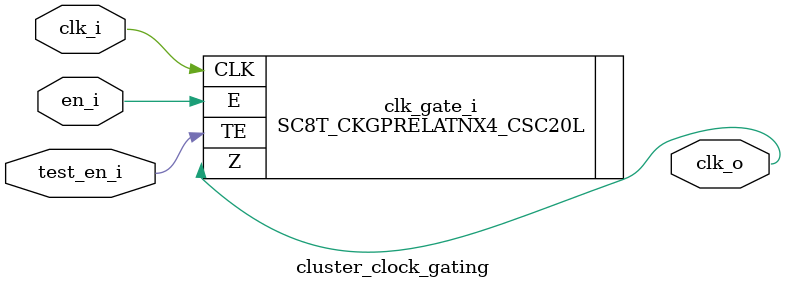
<source format=sv>
/* Copyright (C) 2017 ETH Zurich, University of Bologna
 * All rights reserved.
 *
 * This code is under development and not yet released to the public.
 * Until it is released, the code is under the copyright of ETH Zurich and
 * the University of Bologna, and may contain confidential and/or unpublished
 * work. Any reuse/redistribution is strictly forbidden without written
 * permission from ETH Zurich.
 *
 * Bug fixes and contributions will eventually be released under the
 * SolderPad open hardware license in the context of the PULP platform
 * (http://www.pulp-platform.org), under the copyright of ETH Zurich and the
 * University of Bologna.
 */


`ifndef GF_TRACK
  `define GF_TRACK  8
`endif

`ifndef GF_VT
  `define GF_VT     L
`endif

`ifndef GF_LEN
  `define GF_LEN   20
`endif

//andy hack: support different standard cell libraries by setting `GF_TRACK,
//`GF_VT and `GF_LEN
// SC8T_CKGPRELATNX1_CSC24L
`define GF_PREICG(t,v,c)  SC``t``T_CKGPRELATNX4_CSC``c``v

module cluster_clock_gating
(
    input  logic clk_i,
    input  logic en_i,
    input  logic test_en_i,
    output logic clk_o
);

  `GF_PREICG(`GF_TRACK, `GF_VT, `GF_LEN) clk_gate_i
  (
    .Z   ( clk_o     ),
    .CLK ( clk_i     ),
    .E   ( en_i      ),
    .TE  ( test_en_i )
  );

endmodule

</source>
